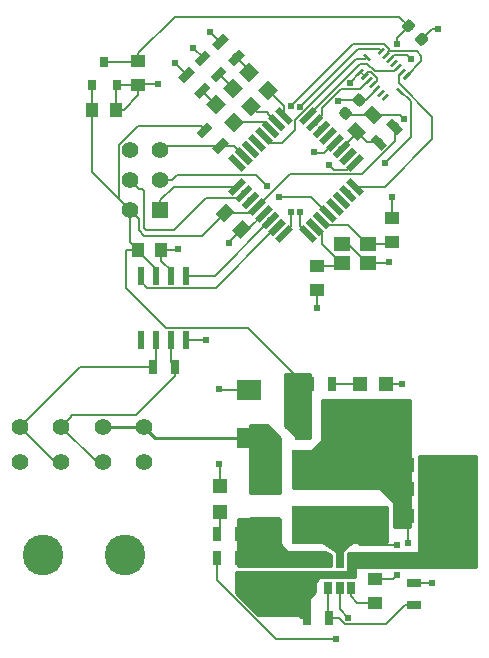
<source format=gtl>
G04 #@! TF.GenerationSoftware,KiCad,Pcbnew,5.0.1-33cea8e~68~ubuntu18.04.1*
G04 #@! TF.CreationDate,2019-02-12T00:11:03-05:00*
G04 #@! TF.ProjectId,IMU,494D552E6B696361645F706362000000,rev?*
G04 #@! TF.SameCoordinates,Original*
G04 #@! TF.FileFunction,Copper,L1,Top,Signal*
G04 #@! TF.FilePolarity,Positive*
%FSLAX46Y46*%
G04 Gerber Fmt 4.6, Leading zero omitted, Abs format (unit mm)*
G04 Created by KiCad (PCBNEW 5.0.1-33cea8e~68~ubuntu18.04.1) date Tue 12 Feb 2019 12:11:03 AM EST*
%MOMM*%
%LPD*%
G01*
G04 APERTURE LIST*
G04 #@! TA.AperFunction,SMDPad,CuDef*
%ADD10C,0.700000*%
G04 #@! TD*
G04 #@! TA.AperFunction,Conductor*
%ADD11C,0.100000*%
G04 #@! TD*
G04 #@! TA.AperFunction,ComponentPad*
%ADD12R,1.400000X1.400000*%
G04 #@! TD*
G04 #@! TA.AperFunction,ComponentPad*
%ADD13C,1.400000*%
G04 #@! TD*
G04 #@! TA.AperFunction,SMDPad,CuDef*
%ADD14R,0.700000X1.300000*%
G04 #@! TD*
G04 #@! TA.AperFunction,SMDPad,CuDef*
%ADD15R,8.200000X3.300000*%
G04 #@! TD*
G04 #@! TA.AperFunction,SMDPad,CuDef*
%ADD16R,2.500000X0.900000*%
G04 #@! TD*
G04 #@! TA.AperFunction,SMDPad,CuDef*
%ADD17R,1.200000X1.200000*%
G04 #@! TD*
G04 #@! TA.AperFunction,SMDPad,CuDef*
%ADD18R,1.000000X3.200000*%
G04 #@! TD*
G04 #@! TA.AperFunction,SMDPad,CuDef*
%ADD19R,1.000000X1.250000*%
G04 #@! TD*
G04 #@! TA.AperFunction,SMDPad,CuDef*
%ADD20R,0.650000X1.060000*%
G04 #@! TD*
G04 #@! TA.AperFunction,SMDPad,CuDef*
%ADD21R,1.600000X1.000000*%
G04 #@! TD*
G04 #@! TA.AperFunction,SMDPad,CuDef*
%ADD22R,1.300000X0.700000*%
G04 #@! TD*
G04 #@! TA.AperFunction,SMDPad,CuDef*
%ADD23R,1.250000X1.000000*%
G04 #@! TD*
G04 #@! TA.AperFunction,SMDPad,CuDef*
%ADD24R,2.159000X1.778000*%
G04 #@! TD*
G04 #@! TA.AperFunction,SMDPad,CuDef*
%ADD25C,1.000000*%
G04 #@! TD*
G04 #@! TA.AperFunction,SMDPad,CuDef*
%ADD26C,0.875000*%
G04 #@! TD*
G04 #@! TA.AperFunction,SMDPad,CuDef*
%ADD27C,1.200000*%
G04 #@! TD*
G04 #@! TA.AperFunction,SMDPad,CuDef*
%ADD28R,0.600000X1.550000*%
G04 #@! TD*
G04 #@! TA.AperFunction,SMDPad,CuDef*
%ADD29C,0.550000*%
G04 #@! TD*
G04 #@! TA.AperFunction,SMDPad,CuDef*
%ADD30R,1.400000X1.200000*%
G04 #@! TD*
G04 #@! TA.AperFunction,SMDPad,CuDef*
%ADD31R,0.800000X0.900000*%
G04 #@! TD*
G04 #@! TA.AperFunction,SMDPad,CuDef*
%ADD32C,0.250000*%
G04 #@! TD*
G04 #@! TA.AperFunction,ComponentPad*
%ADD33C,1.420000*%
G04 #@! TD*
G04 #@! TA.AperFunction,ComponentPad*
%ADD34C,3.450000*%
G04 #@! TD*
G04 #@! TA.AperFunction,ViaPad*
%ADD35C,0.609600*%
G04 #@! TD*
G04 #@! TA.AperFunction,Conductor*
%ADD36C,0.152400*%
G04 #@! TD*
G04 #@! TA.AperFunction,Conductor*
%ADD37C,0.254000*%
G04 #@! TD*
G04 APERTURE END LIST*
D10*
G04 #@! TO.P,R1,2*
G04 #@! TO.N,Net-(C2-Pad1)*
X156517498Y-82709862D03*
D11*
G04 #@! TD*
G04 #@! TO.N,Net-(C2-Pad1)*
G04 #@! TO.C,R1*
G36*
X156305366Y-82002755D02*
X157224605Y-82921994D01*
X156729630Y-83416969D01*
X155810391Y-82497730D01*
X156305366Y-82002755D01*
X156305366Y-82002755D01*
G37*
D10*
G04 #@! TO.P,R1,1*
G04 #@! TO.N,VCC*
X157861000Y-81366360D03*
D11*
G04 #@! TD*
G04 #@! TO.N,VCC*
G04 #@! TO.C,R1*
G36*
X157648868Y-80659253D02*
X158568107Y-81578492D01*
X158073132Y-82073467D01*
X157153893Y-81154228D01*
X157648868Y-80659253D01*
X157648868Y-80659253D01*
G37*
D12*
G04 #@! TO.P,J4,1*
G04 #@! TO.N,Net-(J4-Pad1)*
X138008360Y-88473280D03*
D13*
G04 #@! TO.P,J4,2*
G04 #@! TO.N,VCC*
X135468360Y-88473280D03*
G04 #@! TO.P,J4,3*
G04 #@! TO.N,/SCK*
X138008360Y-85933280D03*
G04 #@! TO.P,J4,4*
G04 #@! TO.N,/MOSI*
X135468360Y-85933280D03*
G04 #@! TO.P,J4,5*
G04 #@! TO.N,/RESET*
X138008360Y-83393280D03*
G04 #@! TO.P,J4,6*
G04 #@! TO.N,GND*
X135468360Y-83393280D03*
G04 #@! TD*
D14*
G04 #@! TO.P,R2,1*
G04 #@! TO.N,/12V_Fused*
X144698560Y-115845880D03*
G04 #@! TO.P,R2,2*
G04 #@! TO.N,Net-(D1-Pad2)*
X142798560Y-115845880D03*
G04 #@! TD*
D15*
G04 #@! TO.P,L1,1*
G04 #@! TO.N,Net-(C5-Pad2)*
X153210060Y-115084380D03*
G04 #@! TO.P,L1,2*
G04 #@! TO.N,Net-(C11-Pad1)*
X153210060Y-110384380D03*
G04 #@! TD*
D16*
G04 #@! TO.P,F1,1*
G04 #@! TO.N,/12V*
X146904060Y-111988380D03*
G04 #@! TO.P,F1,2*
G04 #@! TO.N,/12V_Fused*
X146904060Y-114888380D03*
G04 #@! TD*
D17*
G04 #@! TO.P,D2,2*
G04 #@! TO.N,Net-(D2-Pad2)*
X154924560Y-103145880D03*
G04 #@! TO.P,D2,1*
G04 #@! TO.N,GND*
X157124560Y-103145880D03*
G04 #@! TD*
D18*
G04 #@! TO.P,R9,1*
G04 #@! TO.N,VCC*
X149919560Y-106320880D03*
G04 #@! TO.P,R9,2*
G04 #@! TO.N,Net-(C11-Pad1)*
X156119560Y-106320880D03*
G04 #@! TD*
D19*
G04 #@! TO.P,C7,1*
G04 #@! TO.N,Net-(C11-Pad1)*
X159004560Y-110003880D03*
G04 #@! TO.P,C7,2*
G04 #@! TO.N,GND*
X161004560Y-110003880D03*
G04 #@! TD*
D20*
G04 #@! TO.P,U2,1*
G04 #@! TO.N,GND*
X154134660Y-118238380D03*
G04 #@! TO.P,U2,2*
G04 #@! TO.N,Net-(C5-Pad2)*
X153184660Y-118238380D03*
G04 #@! TO.P,U2,3*
G04 #@! TO.N,/12V_Fused*
X152234660Y-118238380D03*
G04 #@! TO.P,U2,4*
G04 #@! TO.N,Net-(R4-Pad1)*
X152234660Y-120438380D03*
G04 #@! TO.P,U2,6*
G04 #@! TO.N,Net-(C5-Pad1)*
X154134660Y-120438380D03*
G04 #@! TO.P,U2,5*
G04 #@! TO.N,Net-(R3-Pad2)*
X153184660Y-120438380D03*
G04 #@! TD*
D21*
G04 #@! TO.P,C3,1*
G04 #@! TO.N,/12V_Fused*
X149844560Y-118155880D03*
G04 #@! TO.P,C3,2*
G04 #@! TO.N,GND*
X149844560Y-121155880D03*
G04 #@! TD*
D14*
G04 #@! TO.P,R12,1*
G04 #@! TO.N,VCC*
X150672560Y-103145880D03*
G04 #@! TO.P,R12,2*
G04 #@! TO.N,Net-(D2-Pad2)*
X152572560Y-103145880D03*
G04 #@! TD*
G04 #@! TO.P,R4,1*
G04 #@! TO.N,Net-(R4-Pad1)*
X152318560Y-122957880D03*
G04 #@! TO.P,R4,2*
G04 #@! TO.N,GND*
X150418560Y-122957880D03*
G04 #@! TD*
D22*
G04 #@! TO.P,R5,1*
G04 #@! TO.N,Net-(R4-Pad1)*
X159496560Y-121875880D03*
G04 #@! TO.P,R5,2*
G04 #@! TO.N,Net-(C11-Pad1)*
X159496560Y-119975880D03*
G04 #@! TD*
D19*
G04 #@! TO.P,C12,1*
G04 #@! TO.N,Net-(C11-Pad1)*
X159004560Y-114321880D03*
G04 #@! TO.P,C12,2*
G04 #@! TO.N,GND*
X161004560Y-114321880D03*
G04 #@! TD*
G04 #@! TO.P,C11,1*
G04 #@! TO.N,Net-(C11-Pad1)*
X159004560Y-112035880D03*
G04 #@! TO.P,C11,2*
G04 #@! TO.N,GND*
X161004560Y-112035880D03*
G04 #@! TD*
D23*
G04 #@! TO.P,C5,1*
G04 #@! TO.N,Net-(C5-Pad1)*
X156194560Y-121671880D03*
G04 #@! TO.P,C5,2*
G04 #@! TO.N,Net-(C5-Pad2)*
X156194560Y-119671880D03*
G04 #@! TD*
D17*
G04 #@! TO.P,D1,2*
G04 #@! TO.N,Net-(D1-Pad2)*
X143047720Y-113975240D03*
G04 #@! TO.P,D1,1*
G04 #@! TO.N,GND*
X143047720Y-111775240D03*
G04 #@! TD*
D24*
G04 #@! TO.P,D7,2*
G04 #@! TO.N,GND*
X145526560Y-103653880D03*
G04 #@! TO.P,D7,1*
G04 #@! TO.N,/12V*
X145526560Y-107717880D03*
G04 #@! TD*
D14*
G04 #@! TO.P,R3,1*
G04 #@! TO.N,/12V_Fused*
X144698560Y-117877880D03*
G04 #@! TO.P,R3,2*
G04 #@! TO.N,Net-(R3-Pad2)*
X142798560Y-117877880D03*
G04 #@! TD*
D25*
G04 #@! TO.P,C1,2*
G04 #@! TO.N,GND*
X144882587Y-90079547D03*
D11*
G04 #@! TD*
G04 #@! TO.N,GND*
G04 #@! TO.C,C1*
G36*
X144087092Y-90167935D02*
X144970975Y-89284052D01*
X145678082Y-89991159D01*
X144794199Y-90875042D01*
X144087092Y-90167935D01*
X144087092Y-90167935D01*
G37*
D25*
G04 #@! TO.P,C1,1*
G04 #@! TO.N,VCC*
X143468373Y-88665333D03*
D11*
G04 #@! TD*
G04 #@! TO.N,VCC*
G04 #@! TO.C,C1*
G36*
X142672878Y-88753721D02*
X143556761Y-87869838D01*
X144263868Y-88576945D01*
X143379985Y-89460828D01*
X142672878Y-88753721D01*
X142672878Y-88753721D01*
G37*
D25*
G04 #@! TO.P,C2,1*
G04 #@! TO.N,Net-(C2-Pad1)*
X154605286Y-81782354D03*
D11*
G04 #@! TD*
G04 #@! TO.N,Net-(C2-Pad1)*
G04 #@! TO.C,C2*
G36*
X154693674Y-82577849D02*
X153809791Y-81693966D01*
X154516898Y-80986859D01*
X155400781Y-81870742D01*
X154693674Y-82577849D01*
X154693674Y-82577849D01*
G37*
D25*
G04 #@! TO.P,C2,2*
G04 #@! TO.N,GND*
X156019500Y-80368140D03*
D11*
G04 #@! TD*
G04 #@! TO.N,GND*
G04 #@! TO.C,C2*
G36*
X156107888Y-81163635D02*
X155224005Y-80279752D01*
X155931112Y-79572645D01*
X156814995Y-80456528D01*
X156107888Y-81163635D01*
X156107888Y-81163635D01*
G37*
D19*
G04 #@! TO.P,C4,1*
G04 #@! TO.N,VCC*
X136078720Y-91790520D03*
G04 #@! TO.P,C4,2*
G04 #@! TO.N,GND*
X138078720Y-91790520D03*
G04 #@! TD*
D23*
G04 #@! TO.P,C6,1*
G04 #@! TO.N,Net-(C6-Pad1)*
X157586680Y-91124280D03*
G04 #@! TO.P,C6,2*
G04 #@! TO.N,GND*
X157586680Y-89124280D03*
G04 #@! TD*
G04 #@! TO.P,C8,2*
G04 #@! TO.N,GND*
X151312880Y-95213680D03*
G04 #@! TO.P,C8,1*
G04 #@! TO.N,Net-(C8-Pad1)*
X151312880Y-93213680D03*
G04 #@! TD*
D19*
G04 #@! TO.P,C9,1*
G04 #@! TO.N,VCC*
X132253363Y-79930457D03*
G04 #@! TO.P,C9,2*
G04 #@! TO.N,GND*
X134253363Y-79930457D03*
G04 #@! TD*
D23*
G04 #@! TO.P,C10,2*
G04 #@! TO.N,GND*
X136138803Y-77825817D03*
G04 #@! TO.P,C10,1*
G04 #@! TO.N,/3.3V*
X136138803Y-75825817D03*
G04 #@! TD*
D11*
G04 #@! TO.N,/3.3V*
G04 #@! TO.C,C13*
G36*
X159069151Y-72300660D02*
X159090386Y-72303810D01*
X159111210Y-72309026D01*
X159131422Y-72316258D01*
X159150828Y-72325437D01*
X159169241Y-72336473D01*
X159186484Y-72349261D01*
X159202390Y-72363677D01*
X159511749Y-72673036D01*
X159526165Y-72688942D01*
X159538953Y-72706185D01*
X159549989Y-72724598D01*
X159559168Y-72744004D01*
X159566400Y-72764216D01*
X159571616Y-72785040D01*
X159574766Y-72806275D01*
X159575819Y-72827716D01*
X159574766Y-72849157D01*
X159571616Y-72870392D01*
X159566400Y-72891216D01*
X159559168Y-72911428D01*
X159549989Y-72930834D01*
X159538953Y-72949247D01*
X159526165Y-72966490D01*
X159511749Y-72982396D01*
X159149356Y-73344789D01*
X159133450Y-73359205D01*
X159116207Y-73371993D01*
X159097794Y-73383029D01*
X159078388Y-73392208D01*
X159058176Y-73399440D01*
X159037352Y-73404656D01*
X159016117Y-73407806D01*
X158994676Y-73408859D01*
X158973235Y-73407806D01*
X158952000Y-73404656D01*
X158931176Y-73399440D01*
X158910964Y-73392208D01*
X158891558Y-73383029D01*
X158873145Y-73371993D01*
X158855902Y-73359205D01*
X158839996Y-73344789D01*
X158530637Y-73035430D01*
X158516221Y-73019524D01*
X158503433Y-73002281D01*
X158492397Y-72983868D01*
X158483218Y-72964462D01*
X158475986Y-72944250D01*
X158470770Y-72923426D01*
X158467620Y-72902191D01*
X158466567Y-72880750D01*
X158467620Y-72859309D01*
X158470770Y-72838074D01*
X158475986Y-72817250D01*
X158483218Y-72797038D01*
X158492397Y-72777632D01*
X158503433Y-72759219D01*
X158516221Y-72741976D01*
X158530637Y-72726070D01*
X158893030Y-72363677D01*
X158908936Y-72349261D01*
X158926179Y-72336473D01*
X158944592Y-72325437D01*
X158963998Y-72316258D01*
X158984210Y-72309026D01*
X159005034Y-72303810D01*
X159026269Y-72300660D01*
X159047710Y-72299607D01*
X159069151Y-72300660D01*
X159069151Y-72300660D01*
G37*
D26*
G04 #@! TD*
G04 #@! TO.P,C13,2*
G04 #@! TO.N,/3.3V*
X159021193Y-72854233D03*
D11*
G04 #@! TO.N,GND*
G04 #@! TO.C,C13*
G36*
X160182845Y-73414354D02*
X160204080Y-73417504D01*
X160224904Y-73422720D01*
X160245116Y-73429952D01*
X160264522Y-73439131D01*
X160282935Y-73450167D01*
X160300178Y-73462955D01*
X160316084Y-73477371D01*
X160625443Y-73786730D01*
X160639859Y-73802636D01*
X160652647Y-73819879D01*
X160663683Y-73838292D01*
X160672862Y-73857698D01*
X160680094Y-73877910D01*
X160685310Y-73898734D01*
X160688460Y-73919969D01*
X160689513Y-73941410D01*
X160688460Y-73962851D01*
X160685310Y-73984086D01*
X160680094Y-74004910D01*
X160672862Y-74025122D01*
X160663683Y-74044528D01*
X160652647Y-74062941D01*
X160639859Y-74080184D01*
X160625443Y-74096090D01*
X160263050Y-74458483D01*
X160247144Y-74472899D01*
X160229901Y-74485687D01*
X160211488Y-74496723D01*
X160192082Y-74505902D01*
X160171870Y-74513134D01*
X160151046Y-74518350D01*
X160129811Y-74521500D01*
X160108370Y-74522553D01*
X160086929Y-74521500D01*
X160065694Y-74518350D01*
X160044870Y-74513134D01*
X160024658Y-74505902D01*
X160005252Y-74496723D01*
X159986839Y-74485687D01*
X159969596Y-74472899D01*
X159953690Y-74458483D01*
X159644331Y-74149124D01*
X159629915Y-74133218D01*
X159617127Y-74115975D01*
X159606091Y-74097562D01*
X159596912Y-74078156D01*
X159589680Y-74057944D01*
X159584464Y-74037120D01*
X159581314Y-74015885D01*
X159580261Y-73994444D01*
X159581314Y-73973003D01*
X159584464Y-73951768D01*
X159589680Y-73930944D01*
X159596912Y-73910732D01*
X159606091Y-73891326D01*
X159617127Y-73872913D01*
X159629915Y-73855670D01*
X159644331Y-73839764D01*
X160006724Y-73477371D01*
X160022630Y-73462955D01*
X160039873Y-73450167D01*
X160058286Y-73439131D01*
X160077692Y-73429952D01*
X160097904Y-73422720D01*
X160118728Y-73417504D01*
X160139963Y-73414354D01*
X160161404Y-73413301D01*
X160182845Y-73414354D01*
X160182845Y-73414354D01*
G37*
D26*
G04 #@! TD*
G04 #@! TO.P,C13,1*
G04 #@! TO.N,GND*
X160134887Y-73967927D03*
D11*
G04 #@! TO.N,/3.3V*
G04 #@! TO.C,C14*
G36*
X154805384Y-78567427D02*
X154826619Y-78570577D01*
X154847443Y-78575793D01*
X154867655Y-78583025D01*
X154887061Y-78592204D01*
X154905474Y-78603240D01*
X154922717Y-78616028D01*
X154938623Y-78630444D01*
X155301016Y-78992837D01*
X155315432Y-79008743D01*
X155328220Y-79025986D01*
X155339256Y-79044399D01*
X155348435Y-79063805D01*
X155355667Y-79084017D01*
X155360883Y-79104841D01*
X155364033Y-79126076D01*
X155365086Y-79147517D01*
X155364033Y-79168958D01*
X155360883Y-79190193D01*
X155355667Y-79211017D01*
X155348435Y-79231229D01*
X155339256Y-79250635D01*
X155328220Y-79269048D01*
X155315432Y-79286291D01*
X155301016Y-79302197D01*
X154991657Y-79611556D01*
X154975751Y-79625972D01*
X154958508Y-79638760D01*
X154940095Y-79649796D01*
X154920689Y-79658975D01*
X154900477Y-79666207D01*
X154879653Y-79671423D01*
X154858418Y-79674573D01*
X154836977Y-79675626D01*
X154815536Y-79674573D01*
X154794301Y-79671423D01*
X154773477Y-79666207D01*
X154753265Y-79658975D01*
X154733859Y-79649796D01*
X154715446Y-79638760D01*
X154698203Y-79625972D01*
X154682297Y-79611556D01*
X154319904Y-79249163D01*
X154305488Y-79233257D01*
X154292700Y-79216014D01*
X154281664Y-79197601D01*
X154272485Y-79178195D01*
X154265253Y-79157983D01*
X154260037Y-79137159D01*
X154256887Y-79115924D01*
X154255834Y-79094483D01*
X154256887Y-79073042D01*
X154260037Y-79051807D01*
X154265253Y-79030983D01*
X154272485Y-79010771D01*
X154281664Y-78991365D01*
X154292700Y-78972952D01*
X154305488Y-78955709D01*
X154319904Y-78939803D01*
X154629263Y-78630444D01*
X154645169Y-78616028D01*
X154662412Y-78603240D01*
X154680825Y-78592204D01*
X154700231Y-78583025D01*
X154720443Y-78575793D01*
X154741267Y-78570577D01*
X154762502Y-78567427D01*
X154783943Y-78566374D01*
X154805384Y-78567427D01*
X154805384Y-78567427D01*
G37*
D26*
G04 #@! TD*
G04 #@! TO.P,C14,1*
G04 #@! TO.N,/3.3V*
X154810460Y-79121000D03*
D11*
G04 #@! TO.N,GND*
G04 #@! TO.C,C14*
G36*
X153691690Y-79681121D02*
X153712925Y-79684271D01*
X153733749Y-79689487D01*
X153753961Y-79696719D01*
X153773367Y-79705898D01*
X153791780Y-79716934D01*
X153809023Y-79729722D01*
X153824929Y-79744138D01*
X154187322Y-80106531D01*
X154201738Y-80122437D01*
X154214526Y-80139680D01*
X154225562Y-80158093D01*
X154234741Y-80177499D01*
X154241973Y-80197711D01*
X154247189Y-80218535D01*
X154250339Y-80239770D01*
X154251392Y-80261211D01*
X154250339Y-80282652D01*
X154247189Y-80303887D01*
X154241973Y-80324711D01*
X154234741Y-80344923D01*
X154225562Y-80364329D01*
X154214526Y-80382742D01*
X154201738Y-80399985D01*
X154187322Y-80415891D01*
X153877963Y-80725250D01*
X153862057Y-80739666D01*
X153844814Y-80752454D01*
X153826401Y-80763490D01*
X153806995Y-80772669D01*
X153786783Y-80779901D01*
X153765959Y-80785117D01*
X153744724Y-80788267D01*
X153723283Y-80789320D01*
X153701842Y-80788267D01*
X153680607Y-80785117D01*
X153659783Y-80779901D01*
X153639571Y-80772669D01*
X153620165Y-80763490D01*
X153601752Y-80752454D01*
X153584509Y-80739666D01*
X153568603Y-80725250D01*
X153206210Y-80362857D01*
X153191794Y-80346951D01*
X153179006Y-80329708D01*
X153167970Y-80311295D01*
X153158791Y-80291889D01*
X153151559Y-80271677D01*
X153146343Y-80250853D01*
X153143193Y-80229618D01*
X153142140Y-80208177D01*
X153143193Y-80186736D01*
X153146343Y-80165501D01*
X153151559Y-80144677D01*
X153158791Y-80124465D01*
X153167970Y-80105059D01*
X153179006Y-80086646D01*
X153191794Y-80069403D01*
X153206210Y-80053497D01*
X153515569Y-79744138D01*
X153531475Y-79729722D01*
X153548718Y-79716934D01*
X153567131Y-79705898D01*
X153586537Y-79696719D01*
X153606749Y-79689487D01*
X153627573Y-79684271D01*
X153648808Y-79681121D01*
X153670249Y-79680068D01*
X153691690Y-79681121D01*
X153691690Y-79681121D01*
G37*
D26*
G04 #@! TD*
G04 #@! TO.P,C14,2*
G04 #@! TO.N,GND*
X153696766Y-80234694D03*
D27*
G04 #@! TO.P,D3,1*
G04 #@! TO.N,Net-(D3-Pad1)*
X145549043Y-76755683D03*
D11*
G04 #@! TD*
G04 #@! TO.N,Net-(D3-Pad1)*
G04 #@! TO.C,D3*
G36*
X146397571Y-76755683D02*
X145549043Y-77604211D01*
X144700515Y-76755683D01*
X145549043Y-75907155D01*
X146397571Y-76755683D01*
X146397571Y-76755683D01*
G37*
D27*
G04 #@! TO.P,D3,2*
G04 #@! TO.N,/PLED1*
X147104677Y-78311317D03*
D11*
G04 #@! TD*
G04 #@! TO.N,/PLED1*
G04 #@! TO.C,D3*
G36*
X147953205Y-78311317D02*
X147104677Y-79159845D01*
X146256149Y-78311317D01*
X147104677Y-77462789D01*
X147953205Y-78311317D01*
X147953205Y-78311317D01*
G37*
D27*
G04 #@! TO.P,D4,2*
G04 #@! TO.N,/PLED2*
X145677774Y-79673334D03*
D11*
G04 #@! TD*
G04 #@! TO.N,/PLED2*
G04 #@! TO.C,D4*
G36*
X146526302Y-79673334D02*
X145677774Y-80521862D01*
X144829246Y-79673334D01*
X145677774Y-78824806D01*
X146526302Y-79673334D01*
X146526302Y-79673334D01*
G37*
D27*
G04 #@! TO.P,D4,1*
G04 #@! TO.N,Net-(D4-Pad1)*
X144122140Y-78117700D03*
D11*
G04 #@! TD*
G04 #@! TO.N,Net-(D4-Pad1)*
G04 #@! TO.C,D4*
G36*
X144970668Y-78117700D02*
X144122140Y-78966228D01*
X143273612Y-78117700D01*
X144122140Y-77269172D01*
X144970668Y-78117700D01*
X144970668Y-78117700D01*
G37*
D27*
G04 #@! TO.P,D5,1*
G04 #@! TO.N,Net-(D5-Pad1)*
X142723986Y-79465286D03*
D11*
G04 #@! TD*
G04 #@! TO.N,Net-(D5-Pad1)*
G04 #@! TO.C,D5*
G36*
X143572514Y-79465286D02*
X142723986Y-80313814D01*
X141875458Y-79465286D01*
X142723986Y-78616758D01*
X143572514Y-79465286D01*
X143572514Y-79465286D01*
G37*
D27*
G04 #@! TO.P,D5,2*
G04 #@! TO.N,/PLED3*
X144279620Y-81020920D03*
D11*
G04 #@! TD*
G04 #@! TO.N,/PLED3*
G04 #@! TO.C,D5*
G36*
X145128148Y-81020920D02*
X144279620Y-81869448D01*
X143431092Y-81020920D01*
X144279620Y-80172392D01*
X145128148Y-81020920D01*
X145128148Y-81020920D01*
G37*
D14*
G04 #@! TO.P,R7,1*
G04 #@! TO.N,/CANH*
X139288560Y-101716840D03*
G04 #@! TO.P,R7,2*
G04 #@! TO.N,/CANL*
X137388560Y-101716840D03*
G04 #@! TD*
D10*
G04 #@! TO.P,R8,1*
G04 #@! TO.N,VCC*
X141756209Y-81664889D03*
D11*
G04 #@! TD*
G04 #@! TO.N,VCC*
G04 #@! TO.C,R8*
G36*
X141049102Y-81877021D02*
X141968341Y-80957782D01*
X142463316Y-81452757D01*
X141544077Y-82371996D01*
X141049102Y-81877021D01*
X141049102Y-81877021D01*
G37*
D10*
G04 #@! TO.P,R8,2*
G04 #@! TO.N,/RESET*
X143099711Y-83008391D03*
D11*
G04 #@! TD*
G04 #@! TO.N,/RESET*
G04 #@! TO.C,R8*
G36*
X142392604Y-83220523D02*
X143311843Y-82301284D01*
X143806818Y-82796259D01*
X142887579Y-83715498D01*
X142392604Y-83220523D01*
X142392604Y-83220523D01*
G37*
D28*
G04 #@! TO.P,U1,1*
G04 #@! TO.N,/TXCAN*
X140167360Y-94007960D03*
G04 #@! TO.P,U1,2*
G04 #@! TO.N,GND*
X138897360Y-94007960D03*
G04 #@! TO.P,U1,3*
G04 #@! TO.N,VCC*
X137627360Y-94007960D03*
G04 #@! TO.P,U1,4*
G04 #@! TO.N,/RXCAN*
X136357360Y-94007960D03*
G04 #@! TO.P,U1,5*
G04 #@! TO.N,Net-(U1-Pad5)*
X136357360Y-99407960D03*
G04 #@! TO.P,U1,6*
G04 #@! TO.N,/CANL*
X137627360Y-99407960D03*
G04 #@! TO.P,U1,7*
G04 #@! TO.N,/CANH*
X138897360Y-99407960D03*
G04 #@! TO.P,U1,8*
G04 #@! TO.N,GND*
X140167360Y-99407960D03*
G04 #@! TD*
D29*
G04 #@! TO.P,U5,32*
G04 #@! TO.N,Net-(U5-Pad32)*
X144494434Y-84423225D03*
D11*
G04 #@! TD*
G04 #@! TO.N,Net-(U5-Pad32)*
G04 #@! TO.C,U5*
G36*
X145254574Y-84794456D02*
X144865665Y-85183365D01*
X143734294Y-84051994D01*
X144123203Y-83663085D01*
X145254574Y-84794456D01*
X145254574Y-84794456D01*
G37*
D29*
G04 #@! TO.P,U5,31*
G04 #@! TO.N,/RESET*
X145060120Y-83857540D03*
D11*
G04 #@! TD*
G04 #@! TO.N,/RESET*
G04 #@! TO.C,U5*
G36*
X145820260Y-84228771D02*
X145431351Y-84617680D01*
X144299980Y-83486309D01*
X144688889Y-83097400D01*
X145820260Y-84228771D01*
X145820260Y-84228771D01*
G37*
D29*
G04 #@! TO.P,U5,30*
G04 #@! TO.N,Net-(U5-Pad30)*
X145625805Y-83291854D03*
D11*
G04 #@! TD*
G04 #@! TO.N,Net-(U5-Pad30)*
G04 #@! TO.C,U5*
G36*
X146385945Y-83663085D02*
X145997036Y-84051994D01*
X144865665Y-82920623D01*
X145254574Y-82531714D01*
X146385945Y-83663085D01*
X146385945Y-83663085D01*
G37*
D29*
G04 #@! TO.P,U5,29*
G04 #@! TO.N,Net-(U5-Pad29)*
X146191490Y-82726169D03*
D11*
G04 #@! TD*
G04 #@! TO.N,Net-(U5-Pad29)*
G04 #@! TO.C,U5*
G36*
X146951630Y-83097400D02*
X146562721Y-83486309D01*
X145431350Y-82354938D01*
X145820259Y-81966029D01*
X146951630Y-83097400D01*
X146951630Y-83097400D01*
G37*
D29*
G04 #@! TO.P,U5,28*
G04 #@! TO.N,/SCK2*
X146757176Y-82160483D03*
D11*
G04 #@! TD*
G04 #@! TO.N,/SCK2*
G04 #@! TO.C,U5*
G36*
X147517316Y-82531714D02*
X147128407Y-82920623D01*
X145997036Y-81789252D01*
X146385945Y-81400343D01*
X147517316Y-82531714D01*
X147517316Y-82531714D01*
G37*
D29*
G04 #@! TO.P,U5,27*
G04 #@! TO.N,/PLED3*
X147322861Y-81594798D03*
D11*
G04 #@! TD*
G04 #@! TO.N,/PLED3*
G04 #@! TO.C,U5*
G36*
X148083001Y-81966029D02*
X147694092Y-82354938D01*
X146562721Y-81223567D01*
X146951630Y-80834658D01*
X148083001Y-81966029D01*
X148083001Y-81966029D01*
G37*
D29*
G04 #@! TO.P,U5,26*
G04 #@! TO.N,/PLED2*
X147888547Y-81029113D03*
D11*
G04 #@! TD*
G04 #@! TO.N,/PLED2*
G04 #@! TO.C,U5*
G36*
X148648687Y-81400344D02*
X148259778Y-81789253D01*
X147128407Y-80657882D01*
X147517316Y-80268973D01*
X148648687Y-81400344D01*
X148648687Y-81400344D01*
G37*
D29*
G04 #@! TO.P,U5,25*
G04 #@! TO.N,/PLED1*
X148454232Y-80463427D03*
D11*
G04 #@! TD*
G04 #@! TO.N,/PLED1*
G04 #@! TO.C,U5*
G36*
X149214372Y-80834658D02*
X148825463Y-81223567D01*
X147694092Y-80092196D01*
X148083001Y-79703287D01*
X149214372Y-80834658D01*
X149214372Y-80834658D01*
G37*
D29*
G04 #@! TO.P,U5,24*
G04 #@! TO.N,/INT4*
X150504842Y-80463427D03*
D11*
G04 #@! TD*
G04 #@! TO.N,/INT4*
G04 #@! TO.C,U5*
G36*
X150133611Y-81223567D02*
X149744702Y-80834658D01*
X150876073Y-79703287D01*
X151264982Y-80092196D01*
X150133611Y-81223567D01*
X150133611Y-81223567D01*
G37*
D29*
G04 #@! TO.P,U5,23*
G04 #@! TO.N,/CS_GYRO*
X151070527Y-81029113D03*
D11*
G04 #@! TD*
G04 #@! TO.N,/CS_GYRO*
G04 #@! TO.C,U5*
G36*
X150699296Y-81789253D02*
X150310387Y-81400344D01*
X151441758Y-80268973D01*
X151830667Y-80657882D01*
X150699296Y-81789253D01*
X150699296Y-81789253D01*
G37*
D29*
G04 #@! TO.P,U5,22*
G04 #@! TO.N,Net-(U5-Pad22)*
X151636213Y-81594798D03*
D11*
G04 #@! TD*
G04 #@! TO.N,Net-(U5-Pad22)*
G04 #@! TO.C,U5*
G36*
X151264982Y-82354938D02*
X150876073Y-81966029D01*
X152007444Y-80834658D01*
X152396353Y-81223567D01*
X151264982Y-82354938D01*
X151264982Y-82354938D01*
G37*
D29*
G04 #@! TO.P,U5,21*
G04 #@! TO.N,Net-(U5-Pad21)*
X152201898Y-82160483D03*
D11*
G04 #@! TD*
G04 #@! TO.N,Net-(U5-Pad21)*
G04 #@! TO.C,U5*
G36*
X151830667Y-82920623D02*
X151441758Y-82531714D01*
X152573129Y-81400343D01*
X152962038Y-81789252D01*
X151830667Y-82920623D01*
X151830667Y-82920623D01*
G37*
D29*
G04 #@! TO.P,U5,20*
G04 #@! TO.N,GND*
X152767584Y-82726169D03*
D11*
G04 #@! TD*
G04 #@! TO.N,GND*
G04 #@! TO.C,U5*
G36*
X152396353Y-83486309D02*
X152007444Y-83097400D01*
X153138815Y-81966029D01*
X153527724Y-82354938D01*
X152396353Y-83486309D01*
X152396353Y-83486309D01*
G37*
D29*
G04 #@! TO.P,U5,19*
G04 #@! TO.N,Net-(C2-Pad1)*
X153333269Y-83291854D03*
D11*
G04 #@! TD*
G04 #@! TO.N,Net-(C2-Pad1)*
G04 #@! TO.C,U5*
G36*
X152962038Y-84051994D02*
X152573129Y-83663085D01*
X153704500Y-82531714D01*
X154093409Y-82920623D01*
X152962038Y-84051994D01*
X152962038Y-84051994D01*
G37*
D29*
G04 #@! TO.P,U5,18*
G04 #@! TO.N,Net-(U5-Pad18)*
X153898954Y-83857540D03*
D11*
G04 #@! TD*
G04 #@! TO.N,Net-(U5-Pad18)*
G04 #@! TO.C,U5*
G36*
X153527723Y-84617680D02*
X153138814Y-84228771D01*
X154270185Y-83097400D01*
X154659094Y-83486309D01*
X153527723Y-84617680D01*
X153527723Y-84617680D01*
G37*
D29*
G04 #@! TO.P,U5,17*
G04 #@! TO.N,/INT1*
X154464640Y-84423225D03*
D11*
G04 #@! TD*
G04 #@! TO.N,/INT1*
G04 #@! TO.C,U5*
G36*
X154093409Y-85183365D02*
X153704500Y-84794456D01*
X154835871Y-83663085D01*
X155224780Y-84051994D01*
X154093409Y-85183365D01*
X154093409Y-85183365D01*
G37*
D29*
G04 #@! TO.P,U5,16*
G04 #@! TO.N,/CS_ACCEL*
X154464640Y-86473835D03*
D11*
G04 #@! TD*
G04 #@! TO.N,/CS_ACCEL*
G04 #@! TO.C,U5*
G36*
X155224780Y-86845066D02*
X154835871Y-87233975D01*
X153704500Y-86102604D01*
X154093409Y-85713695D01*
X155224780Y-86845066D01*
X155224780Y-86845066D01*
G37*
D29*
G04 #@! TO.P,U5,15*
G04 #@! TO.N,Net-(U5-Pad15)*
X153898954Y-87039520D03*
D11*
G04 #@! TD*
G04 #@! TO.N,Net-(U5-Pad15)*
G04 #@! TO.C,U5*
G36*
X154659094Y-87410751D02*
X154270185Y-87799660D01*
X153138814Y-86668289D01*
X153527723Y-86279380D01*
X154659094Y-87410751D01*
X154659094Y-87410751D01*
G37*
D29*
G04 #@! TO.P,U5,14*
G04 #@! TO.N,Net-(U5-Pad14)*
X153333269Y-87605206D03*
D11*
G04 #@! TD*
G04 #@! TO.N,Net-(U5-Pad14)*
G04 #@! TO.C,U5*
G36*
X154093409Y-87976437D02*
X153704500Y-88365346D01*
X152573129Y-87233975D01*
X152962038Y-86845066D01*
X154093409Y-87976437D01*
X154093409Y-87976437D01*
G37*
D29*
G04 #@! TO.P,U5,13*
G04 #@! TO.N,Net-(U5-Pad13)*
X152767584Y-88170891D03*
D11*
G04 #@! TD*
G04 #@! TO.N,Net-(U5-Pad13)*
G04 #@! TO.C,U5*
G36*
X153527724Y-88542122D02*
X153138815Y-88931031D01*
X152007444Y-87799660D01*
X152396353Y-87410751D01*
X153527724Y-88542122D01*
X153527724Y-88542122D01*
G37*
D29*
G04 #@! TO.P,U5,12*
G04 #@! TO.N,/SCK*
X152201898Y-88736577D03*
D11*
G04 #@! TD*
G04 #@! TO.N,/SCK*
G04 #@! TO.C,U5*
G36*
X152962038Y-89107808D02*
X152573129Y-89496717D01*
X151441758Y-88365346D01*
X151830667Y-87976437D01*
X152962038Y-89107808D01*
X152962038Y-89107808D01*
G37*
D29*
G04 #@! TO.P,U5,11*
G04 #@! TO.N,Net-(C6-Pad1)*
X151636213Y-89302262D03*
D11*
G04 #@! TD*
G04 #@! TO.N,Net-(C6-Pad1)*
G04 #@! TO.C,U5*
G36*
X152396353Y-89673493D02*
X152007444Y-90062402D01*
X150876073Y-88931031D01*
X151264982Y-88542122D01*
X152396353Y-89673493D01*
X152396353Y-89673493D01*
G37*
D29*
G04 #@! TO.P,U5,10*
G04 #@! TO.N,Net-(C8-Pad1)*
X151070527Y-89867947D03*
D11*
G04 #@! TD*
G04 #@! TO.N,Net-(C8-Pad1)*
G04 #@! TO.C,U5*
G36*
X151830667Y-90239178D02*
X151441758Y-90628087D01*
X150310387Y-89496716D01*
X150699296Y-89107807D01*
X151830667Y-90239178D01*
X151830667Y-90239178D01*
G37*
D29*
G04 #@! TO.P,U5,9*
G04 #@! TO.N,/MOSI2*
X150504842Y-90433633D03*
D11*
G04 #@! TD*
G04 #@! TO.N,/MOSI2*
G04 #@! TO.C,U5*
G36*
X151264982Y-90804864D02*
X150876073Y-91193773D01*
X149744702Y-90062402D01*
X150133611Y-89673493D01*
X151264982Y-90804864D01*
X151264982Y-90804864D01*
G37*
D29*
G04 #@! TO.P,U5,8*
G04 #@! TO.N,/MISO2*
X148454232Y-90433633D03*
D11*
G04 #@! TD*
G04 #@! TO.N,/MISO2*
G04 #@! TO.C,U5*
G36*
X148083001Y-91193773D02*
X147694092Y-90804864D01*
X148825463Y-89673493D01*
X149214372Y-90062402D01*
X148083001Y-91193773D01*
X148083001Y-91193773D01*
G37*
D29*
G04 #@! TO.P,U5,7*
G04 #@! TO.N,/RXCAN*
X147888547Y-89867947D03*
D11*
G04 #@! TD*
G04 #@! TO.N,/RXCAN*
G04 #@! TO.C,U5*
G36*
X147517316Y-90628087D02*
X147128407Y-90239178D01*
X148259778Y-89107807D01*
X148648687Y-89496716D01*
X147517316Y-90628087D01*
X147517316Y-90628087D01*
G37*
D29*
G04 #@! TO.P,U5,6*
G04 #@! TO.N,/TXCAN*
X147322861Y-89302262D03*
D11*
G04 #@! TD*
G04 #@! TO.N,/TXCAN*
G04 #@! TO.C,U5*
G36*
X146951630Y-90062402D02*
X146562721Y-89673493D01*
X147694092Y-88542122D01*
X148083001Y-88931031D01*
X146951630Y-90062402D01*
X146951630Y-90062402D01*
G37*
D29*
G04 #@! TO.P,U5,5*
G04 #@! TO.N,GND*
X146757176Y-88736577D03*
D11*
G04 #@! TD*
G04 #@! TO.N,GND*
G04 #@! TO.C,U5*
G36*
X146385945Y-89496717D02*
X145997036Y-89107808D01*
X147128407Y-87976437D01*
X147517316Y-88365346D01*
X146385945Y-89496717D01*
X146385945Y-89496717D01*
G37*
D29*
G04 #@! TO.P,U5,4*
G04 #@! TO.N,VCC*
X146191490Y-88170891D03*
D11*
G04 #@! TD*
G04 #@! TO.N,VCC*
G04 #@! TO.C,U5*
G36*
X145820259Y-88931031D02*
X145431350Y-88542122D01*
X146562721Y-87410751D01*
X146951630Y-87799660D01*
X145820259Y-88931031D01*
X145820259Y-88931031D01*
G37*
D29*
G04 #@! TO.P,U5,3*
G04 #@! TO.N,Net-(U5-Pad3)*
X145625805Y-87605206D03*
D11*
G04 #@! TD*
G04 #@! TO.N,Net-(U5-Pad3)*
G04 #@! TO.C,U5*
G36*
X145254574Y-88365346D02*
X144865665Y-87976437D01*
X145997036Y-86845066D01*
X146385945Y-87233975D01*
X145254574Y-88365346D01*
X145254574Y-88365346D01*
G37*
D29*
G04 #@! TO.P,U5,2*
G04 #@! TO.N,/MOSI*
X145060120Y-87039520D03*
D11*
G04 #@! TD*
G04 #@! TO.N,/MOSI*
G04 #@! TO.C,U5*
G36*
X144688889Y-87799660D02*
X144299980Y-87410751D01*
X145431351Y-86279380D01*
X145820260Y-86668289D01*
X144688889Y-87799660D01*
X144688889Y-87799660D01*
G37*
D29*
G04 #@! TO.P,U5,1*
G04 #@! TO.N,/MISO*
X144494434Y-86473835D03*
D11*
G04 #@! TD*
G04 #@! TO.N,/MISO*
G04 #@! TO.C,U5*
G36*
X144123203Y-87233975D02*
X143734294Y-86845066D01*
X144865665Y-85713695D01*
X145254574Y-86102604D01*
X144123203Y-87233975D01*
X144123203Y-87233975D01*
G37*
D30*
G04 #@! TO.P,Y1,4*
G04 #@! TO.N,GND*
X155582800Y-92890240D03*
G04 #@! TO.P,Y1,3*
G04 #@! TO.N,Net-(C8-Pad1)*
X153382800Y-92890240D03*
G04 #@! TO.P,Y1,2*
G04 #@! TO.N,GND*
X153382800Y-91290240D03*
G04 #@! TO.P,Y1,1*
G04 #@! TO.N,Net-(C6-Pad1)*
X155582800Y-91290240D03*
G04 #@! TD*
D31*
G04 #@! TO.P,U3,3*
G04 #@! TO.N,GND*
X134318603Y-77881697D03*
G04 #@! TO.P,U3,2*
G04 #@! TO.N,VCC*
X132218603Y-77881697D03*
G04 #@! TO.P,U3,1*
G04 #@! TO.N,/3.3V*
X133268603Y-75881697D03*
G04 #@! TD*
D32*
G04 #@! TO.P,U4,16*
G04 #@! TO.N,/INT1*
X158328240Y-78330940D03*
D11*
G04 #@! TD*
G04 #@! TO.N,/INT1*
G04 #@! TO.C,U4*
G36*
X158487339Y-78666816D02*
X157992364Y-78171841D01*
X158169141Y-77995064D01*
X158664116Y-78490039D01*
X158487339Y-78666816D01*
X158487339Y-78666816D01*
G37*
D32*
G04 #@! TO.P,U4,8*
G04 #@! TO.N,/SCK2*
X155478600Y-75481300D03*
D11*
G04 #@! TD*
G04 #@! TO.N,/SCK2*
G04 #@! TO.C,U4*
G36*
X155319501Y-75145424D02*
X155814476Y-75640399D01*
X155637699Y-75817176D01*
X155142724Y-75322201D01*
X155319501Y-75145424D01*
X155319501Y-75145424D01*
G37*
D32*
G04 #@! TO.P,U4,9*
G04 #@! TO.N,/MOSI2*
X156733714Y-74954505D03*
D11*
G04 #@! TD*
G04 #@! TO.N,/MOSI2*
G04 #@! TO.C,U4*
G36*
X157069590Y-74795406D02*
X156574615Y-75290381D01*
X156397838Y-75113604D01*
X156892813Y-74618629D01*
X157069590Y-74795406D01*
X157069590Y-74795406D01*
G37*
D32*
G04 #@! TO.P,U4,10*
G04 #@! TO.N,/MISO2*
X157087268Y-75308059D03*
D11*
G04 #@! TD*
G04 #@! TO.N,/MISO2*
G04 #@! TO.C,U4*
G36*
X157423144Y-75148960D02*
X156928169Y-75643935D01*
X156751392Y-75467158D01*
X157246367Y-74972183D01*
X157423144Y-75148960D01*
X157423144Y-75148960D01*
G37*
D32*
G04 #@! TO.P,U4,11*
G04 #@! TO.N,/3.3V*
X157440821Y-75661612D03*
D11*
G04 #@! TD*
G04 #@! TO.N,/3.3V*
G04 #@! TO.C,U4*
G36*
X157776697Y-75502513D02*
X157281722Y-75997488D01*
X157104945Y-75820711D01*
X157599920Y-75325736D01*
X157776697Y-75502513D01*
X157776697Y-75502513D01*
G37*
D32*
G04 #@! TO.P,U4,12*
G04 #@! TO.N,Net-(U4-Pad12)*
X157794375Y-76015165D03*
D11*
G04 #@! TD*
G04 #@! TO.N,Net-(U4-Pad12)*
G04 #@! TO.C,U4*
G36*
X158130251Y-75856066D02*
X157635276Y-76351041D01*
X157458499Y-76174264D01*
X157953474Y-75679289D01*
X158130251Y-75856066D01*
X158130251Y-75856066D01*
G37*
D32*
G04 #@! TO.P,U4,13*
G04 #@! TO.N,/INT4*
X158147928Y-76368719D03*
D11*
G04 #@! TD*
G04 #@! TO.N,/INT4*
G04 #@! TO.C,U4*
G36*
X158483804Y-76209620D02*
X157988829Y-76704595D01*
X157812052Y-76527818D01*
X158307027Y-76032843D01*
X158483804Y-76209620D01*
X158483804Y-76209620D01*
G37*
D32*
G04 #@! TO.P,U4,14*
G04 #@! TO.N,/CS_ACCEL*
X158501481Y-76722272D03*
D11*
G04 #@! TD*
G04 #@! TO.N,/CS_ACCEL*
G04 #@! TO.C,U4*
G36*
X158837357Y-76563173D02*
X158342382Y-77058148D01*
X158165605Y-76881371D01*
X158660580Y-76386396D01*
X158837357Y-76563173D01*
X158837357Y-76563173D01*
G37*
D32*
G04 #@! TO.P,U4,15*
G04 #@! TO.N,/MISO2*
X158855035Y-77075826D03*
D11*
G04 #@! TD*
G04 #@! TO.N,/MISO2*
G04 #@! TO.C,U4*
G36*
X159190911Y-76916727D02*
X158695936Y-77411702D01*
X158519159Y-77234925D01*
X159014134Y-76739950D01*
X159190911Y-76916727D01*
X159190911Y-76916727D01*
G37*
D32*
G04 #@! TO.P,U4,7*
G04 #@! TO.N,GND*
X154951805Y-76736414D03*
D11*
G04 #@! TD*
G04 #@! TO.N,GND*
G04 #@! TO.C,U4*
G36*
X155287681Y-76577315D02*
X154792706Y-77072290D01*
X154615929Y-76895513D01*
X155110904Y-76400538D01*
X155287681Y-76577315D01*
X155287681Y-76577315D01*
G37*
D32*
G04 #@! TO.P,U4,6*
G04 #@! TO.N,GND*
X155305359Y-77089968D03*
D11*
G04 #@! TD*
G04 #@! TO.N,GND*
G04 #@! TO.C,U4*
G36*
X155641235Y-76930869D02*
X155146260Y-77425844D01*
X154969483Y-77249067D01*
X155464458Y-76754092D01*
X155641235Y-76930869D01*
X155641235Y-76930869D01*
G37*
D32*
G04 #@! TO.P,U4,5*
G04 #@! TO.N,/CS_GYRO*
X155658912Y-77443521D03*
D11*
G04 #@! TD*
G04 #@! TO.N,/CS_GYRO*
G04 #@! TO.C,U4*
G36*
X155994788Y-77284422D02*
X155499813Y-77779397D01*
X155323036Y-77602620D01*
X155818011Y-77107645D01*
X155994788Y-77284422D01*
X155994788Y-77284422D01*
G37*
D32*
G04 #@! TO.P,U4,4*
G04 #@! TO.N,GND*
X156012465Y-77797075D03*
D11*
G04 #@! TD*
G04 #@! TO.N,GND*
G04 #@! TO.C,U4*
G36*
X156348341Y-77637976D02*
X155853366Y-78132951D01*
X155676589Y-77956174D01*
X156171564Y-77461199D01*
X156348341Y-77637976D01*
X156348341Y-77637976D01*
G37*
D32*
G04 #@! TO.P,U4,3*
G04 #@! TO.N,/3.3V*
X156366019Y-78150628D03*
D11*
G04 #@! TD*
G04 #@! TO.N,/3.3V*
G04 #@! TO.C,U4*
G36*
X156701895Y-77991529D02*
X156206920Y-78486504D01*
X156030143Y-78309727D01*
X156525118Y-77814752D01*
X156701895Y-77991529D01*
X156701895Y-77991529D01*
G37*
D32*
G04 #@! TO.P,U4,2*
G04 #@! TO.N,N/C*
X156719572Y-78504181D03*
D11*
G04 #@! TD*
G04 #@! TO.N,N/C*
G04 #@! TO.C,U4*
G36*
X157055448Y-78345082D02*
X156560473Y-78840057D01*
X156383696Y-78663280D01*
X156878671Y-78168305D01*
X157055448Y-78345082D01*
X157055448Y-78345082D01*
G37*
D32*
G04 #@! TO.P,U4,1*
G04 #@! TO.N,Net-(U4-Pad1)*
X157073126Y-78857735D03*
D11*
G04 #@! TD*
G04 #@! TO.N,Net-(U4-Pad1)*
G04 #@! TO.C,U4*
G36*
X157409002Y-78698636D02*
X156914027Y-79193611D01*
X156737250Y-79016834D01*
X157232225Y-78521859D01*
X157409002Y-78698636D01*
X157409002Y-78698636D01*
G37*
D33*
G04 #@! TO.P,J1,6*
G04 #@! TO.N,/CANH*
X133130880Y-109769920D03*
G04 #@! TO.P,J1,5*
G04 #@! TO.N,/CANL*
X129630880Y-109769920D03*
G04 #@! TO.P,J1,4*
G04 #@! TO.N,GND*
X126130880Y-109769920D03*
G04 #@! TO.P,J1,3*
G04 #@! TO.N,/12V*
X133130880Y-106769920D03*
G04 #@! TO.P,J1,2*
G04 #@! TO.N,/CANH*
X129630880Y-106769920D03*
G04 #@! TO.P,J1,1*
G04 #@! TO.N,/CANL*
X126130880Y-106769920D03*
D34*
G04 #@! TO.P,J1,*
G04 #@! TO.N,*
X128040880Y-117679920D03*
X135040880Y-117679920D03*
D33*
G04 #@! TO.P,J1,7*
G04 #@! TO.N,/12V*
X136630880Y-106769920D03*
G04 #@! TO.P,J1,8*
G04 #@! TO.N,GND*
X136630880Y-109769920D03*
G04 #@! TD*
D10*
G04 #@! TO.P,PC7,1*
G04 #@! TO.N,Net-(D3-Pad1)*
X144454880Y-75524360D03*
D11*
G04 #@! TD*
G04 #@! TO.N,Net-(D3-Pad1)*
G04 #@! TO.C,PC7*
G36*
X145161987Y-75312228D02*
X144242748Y-76231467D01*
X143747773Y-75736492D01*
X144667012Y-74817253D01*
X145161987Y-75312228D01*
X145161987Y-75312228D01*
G37*
D10*
G04 #@! TO.P,PC7,2*
G04 #@! TO.N,GND*
X143111378Y-74180858D03*
D11*
G04 #@! TD*
G04 #@! TO.N,GND*
G04 #@! TO.C,PC7*
G36*
X143818485Y-73968726D02*
X142899246Y-74887965D01*
X142404271Y-74392990D01*
X143323510Y-73473751D01*
X143818485Y-73968726D01*
X143818485Y-73968726D01*
G37*
D10*
G04 #@! TO.P,PB5,2*
G04 #@! TO.N,GND*
X141613969Y-75579049D03*
D11*
G04 #@! TD*
G04 #@! TO.N,GND*
G04 #@! TO.C,PB5*
G36*
X142321076Y-75366917D02*
X141401837Y-76286156D01*
X140906862Y-75791181D01*
X141826101Y-74871942D01*
X142321076Y-75366917D01*
X142321076Y-75366917D01*
G37*
D10*
G04 #@! TO.P,PB5,1*
G04 #@! TO.N,Net-(D4-Pad1)*
X142957471Y-76922551D03*
D11*
G04 #@! TD*
G04 #@! TO.N,Net-(D4-Pad1)*
G04 #@! TO.C,PB5*
G36*
X143664578Y-76710419D02*
X142745339Y-77629658D01*
X142250364Y-77134683D01*
X143169603Y-76215444D01*
X143664578Y-76710419D01*
X143664578Y-76710419D01*
G37*
D10*
G04 #@! TO.P,PB6,1*
G04 #@! TO.N,Net-(D5-Pad1)*
X141540151Y-78334791D03*
D11*
G04 #@! TD*
G04 #@! TO.N,Net-(D5-Pad1)*
G04 #@! TO.C,PB6*
G36*
X142247258Y-78122659D02*
X141328019Y-79041898D01*
X140833044Y-78546923D01*
X141752283Y-77627684D01*
X142247258Y-78122659D01*
X142247258Y-78122659D01*
G37*
D10*
G04 #@! TO.P,PB6,2*
G04 #@! TO.N,GND*
X140196649Y-76991289D03*
D11*
G04 #@! TD*
G04 #@! TO.N,GND*
G04 #@! TO.C,PB6*
G36*
X140903756Y-76779157D02*
X139984517Y-77698396D01*
X139489542Y-77203421D01*
X140408781Y-76284182D01*
X140903756Y-76779157D01*
X140903756Y-76779157D01*
G37*
D35*
G04 #@! TO.N,GND*
X158480760Y-103164640D03*
X145526560Y-119909880D03*
X145526560Y-121687880D03*
X147812560Y-121687880D03*
X147812560Y-119909880D03*
X163738560Y-110926880D03*
X162722560Y-113720880D03*
X163738560Y-112704880D03*
X162722560Y-111942880D03*
X162468560Y-110926880D03*
X162722560Y-115752880D03*
X163738560Y-114736880D03*
X151041100Y-83507580D03*
X143009620Y-109982000D03*
X143784320Y-91257120D03*
X139532360Y-91765120D03*
X142956280Y-103586280D03*
X161498280Y-73121520D03*
X154065446Y-77657166D03*
X158678880Y-80736440D03*
X139258040Y-76012040D03*
X140787120Y-74681080D03*
X142229840Y-73355200D03*
X137815320Y-77805280D03*
X141879320Y-99451160D03*
X151277320Y-96738440D03*
X157612080Y-87365840D03*
X157363160Y-92842080D03*
G04 #@! TO.N,/SCK*
X148021040Y-87320120D03*
X146999960Y-86415880D03*
G04 #@! TO.N,Net-(C5-Pad2)*
X158061460Y-119355980D03*
X158010660Y-116765180D03*
G04 #@! TO.N,Net-(C11-Pad1)*
X158988560Y-116607880D03*
X161046160Y-119984520D03*
G04 #@! TO.N,Net-(R3-Pad2)*
X152892560Y-124735880D03*
X153908560Y-122957880D03*
G04 #@! TO.N,/3.3V*
X153055320Y-79242920D03*
X159217360Y-75625960D03*
X158028640Y-74381360D03*
G04 #@! TO.N,/MISO2*
X149054999Y-79668555D03*
X149077680Y-88620600D03*
G04 #@! TO.N,/MOSI2*
X149816826Y-79684887D03*
X149839320Y-88644075D03*
G04 #@! TO.N,/INT1*
X152283160Y-84612480D03*
X157043120Y-84444840D03*
G04 #@! TD*
D36*
G04 #@! TO.N,GND*
X157124560Y-103145880D02*
X158462000Y-103145880D01*
X134253363Y-77946937D02*
X134318603Y-77881697D01*
X134253363Y-79930457D02*
X134253363Y-77946937D01*
X136082923Y-77881697D02*
X136138803Y-77825817D01*
X134318603Y-77881697D02*
X136082923Y-77881697D01*
X151152860Y-83619340D02*
X151041100Y-83507580D01*
X152767584Y-82726169D02*
X151874413Y-83619340D01*
X151874413Y-83619340D02*
X151152860Y-83619340D01*
X143047720Y-110020100D02*
X143009620Y-109982000D01*
X143047720Y-111775240D02*
X143047720Y-110020100D01*
X155305359Y-77089968D02*
X154951805Y-76736414D01*
X156012465Y-77797075D02*
X156330662Y-77478878D01*
X156330662Y-77478878D02*
X156330662Y-77296991D01*
X156330662Y-77296991D02*
X155805442Y-76771771D01*
X155623556Y-76771771D02*
X155305359Y-77089968D01*
X155805442Y-76771771D02*
X155623556Y-76771771D01*
X145414206Y-90079547D02*
X144882587Y-90079547D01*
X146757176Y-88736577D02*
X145414206Y-90079547D01*
X144882587Y-90079547D02*
X143784320Y-91177814D01*
X143784320Y-91177814D02*
X143784320Y-91257120D01*
X138078720Y-91790520D02*
X139506960Y-91790520D01*
X139506960Y-91790520D02*
X139532360Y-91765120D01*
X145526560Y-103653880D02*
X143023880Y-103653880D01*
X143023880Y-103653880D02*
X142956280Y-103586280D01*
X153830212Y-80368140D02*
X153696766Y-80234694D01*
X156019500Y-80368140D02*
X153830212Y-80368140D01*
X136138803Y-78478217D02*
X136138803Y-77825817D01*
X136138803Y-78697417D02*
X136138803Y-78478217D01*
X134905763Y-79930457D02*
X136138803Y-78697417D01*
X134253363Y-79930457D02*
X134905763Y-79930457D01*
X160134887Y-73967927D02*
X160981294Y-73121520D01*
X160981294Y-73121520D02*
X161498280Y-73121520D01*
X154951805Y-76736414D02*
X154951805Y-76770807D01*
X154951805Y-76770807D02*
X154065446Y-77657166D01*
X156019500Y-80368140D02*
X158310580Y-80368140D01*
X158310580Y-80368140D02*
X158678880Y-80736440D01*
X149916160Y-122957880D02*
X150418560Y-122957880D01*
X149844560Y-122886280D02*
X149916160Y-122957880D01*
X149844560Y-121155880D02*
X149844560Y-122886280D01*
X140196649Y-76991289D02*
X140196649Y-76950649D01*
X140196649Y-76950649D02*
X139258040Y-76012040D01*
X141613969Y-75579049D02*
X141613969Y-75507929D01*
X141613969Y-75507929D02*
X140787120Y-74681080D01*
X143111378Y-74180858D02*
X143055498Y-74180858D01*
X143055498Y-74180858D02*
X142229840Y-73355200D01*
X136284340Y-77805280D02*
X137815320Y-77805280D01*
X136138803Y-77825817D02*
X136263803Y-77825817D01*
X136263803Y-77825817D02*
X136284340Y-77805280D01*
X140167360Y-99407960D02*
X141836120Y-99407960D01*
X141836120Y-99407960D02*
X141879320Y-99451160D01*
X138078720Y-91790520D02*
X138078720Y-92714320D01*
X138078720Y-92714320D02*
X138897360Y-93532960D01*
X138897360Y-93532960D02*
X138897360Y-94007960D01*
X155482800Y-92890240D02*
X155582800Y-92890240D01*
X153882800Y-91290240D02*
X155482800Y-92890240D01*
X153382800Y-91290240D02*
X153882800Y-91290240D01*
X151312880Y-95213680D02*
X151312880Y-96702880D01*
X151312880Y-96702880D02*
X151277320Y-96738440D01*
X157586680Y-89124280D02*
X157586680Y-87391240D01*
X157586680Y-87391240D02*
X157612080Y-87365840D01*
X155582800Y-92890240D02*
X157315000Y-92890240D01*
X157315000Y-92890240D02*
X157363160Y-92842080D01*
G04 #@! TO.N,VCC*
X132218603Y-79895697D02*
X132253363Y-79930457D01*
X132218603Y-77881697D02*
X132218603Y-79895697D01*
X145697048Y-88665333D02*
X146191490Y-88170891D01*
X143468373Y-88665333D02*
X145697048Y-88665333D01*
X134539759Y-82947551D02*
X134539759Y-87544679D01*
X134539759Y-87544679D02*
X134768361Y-87773281D01*
X136140618Y-81346692D02*
X134539759Y-82947551D01*
X134768361Y-87773281D02*
X135468360Y-88473280D01*
X141438012Y-81346692D02*
X136140618Y-81346692D01*
X141756209Y-81664889D02*
X141438012Y-81346692D01*
X132253363Y-85258283D02*
X135468360Y-88473280D01*
X132253363Y-79930457D02*
X132253363Y-85258283D01*
X135468360Y-91180160D02*
X136078720Y-91790520D01*
X135468360Y-88473280D02*
X135468360Y-91180160D01*
X157861000Y-81961335D02*
X157861000Y-81366360D01*
X155057929Y-85411975D02*
X157861000Y-82608904D01*
X157861000Y-82608904D02*
X157861000Y-81961335D01*
X148950406Y-85411975D02*
X155057929Y-85411975D01*
X146191490Y-88170891D02*
X148950406Y-85411975D01*
X136078720Y-91915520D02*
X136078720Y-91790520D01*
X137627360Y-94007960D02*
X137627360Y-93464160D01*
X137627360Y-93464160D02*
X136078720Y-91915520D01*
X136078720Y-91790520D02*
X135133080Y-91790520D01*
X150170160Y-103145880D02*
X150672560Y-103145880D01*
X145428639Y-98404359D02*
X150170160Y-103145880D01*
X138495719Y-98404359D02*
X145428639Y-98404359D01*
X135133080Y-95041720D02*
X138495719Y-98404359D01*
X135133080Y-91790520D02*
X135133080Y-95041720D01*
X136652000Y-90617040D02*
X141516666Y-90617040D01*
X136168359Y-89173279D02*
X136168359Y-90133399D01*
X135468360Y-88473280D02*
X136168359Y-89173279D01*
X141516666Y-90617040D02*
X143468373Y-88665333D01*
X136168359Y-90133399D02*
X136652000Y-90617040D01*
G04 #@! TO.N,Net-(D2-Pad2)*
X154924560Y-103145880D02*
X154172160Y-103145880D01*
X154172160Y-103145880D02*
X152572560Y-103145880D01*
G04 #@! TO.N,/MISO*
X138008360Y-87620880D02*
X138008360Y-88473280D01*
X139155405Y-86473835D02*
X138008360Y-87620880D01*
X144494434Y-86473835D02*
X139155405Y-86473835D01*
G04 #@! TO.N,/RXCAN*
X136357360Y-94007960D02*
X136357360Y-94482960D01*
X136357360Y-94482960D02*
X136885961Y-95011561D01*
X136885961Y-95011561D02*
X142744933Y-95011561D01*
X142744933Y-95011561D02*
X147252152Y-90504342D01*
X147252152Y-90504342D02*
X147888547Y-89867947D01*
G04 #@! TO.N,/SCK*
X148041360Y-87340440D02*
X148021040Y-87320120D01*
X152201898Y-88736577D02*
X150805761Y-87340440D01*
X150805761Y-87340440D02*
X148041360Y-87340440D01*
X146069165Y-85485085D02*
X146999960Y-86415880D01*
X139446504Y-85485085D02*
X146069165Y-85485085D01*
X138008360Y-85933280D02*
X138998309Y-85933280D01*
X138998309Y-85933280D02*
X139446504Y-85485085D01*
G04 #@! TO.N,Net-(C5-Pad1)*
X154134660Y-120438380D02*
X154134660Y-121120780D01*
X154685760Y-121671880D02*
X155417160Y-121671880D01*
X155417160Y-121671880D02*
X156194560Y-121671880D01*
X154134660Y-121120780D02*
X154685760Y-121671880D01*
G04 #@! TO.N,Net-(C5-Pad2)*
X158010660Y-116765180D02*
X154890860Y-116765180D01*
X156194560Y-119671880D02*
X157745560Y-119671880D01*
X157745560Y-119671880D02*
X158061460Y-119355980D01*
X154890860Y-116765180D02*
X153210060Y-115084380D01*
G04 #@! TO.N,Net-(C11-Pad1)*
X159004560Y-114321880D02*
X159004560Y-116591880D01*
X161037520Y-119975880D02*
X161046160Y-119984520D01*
X159496560Y-119975880D02*
X161037520Y-119975880D01*
X159004560Y-116591880D02*
X158988560Y-116607880D01*
G04 #@! TO.N,Net-(D1-Pad2)*
X143047720Y-113975240D02*
X143047720Y-115596720D01*
G04 #@! TO.N,Net-(R3-Pad2)*
X153184660Y-120438380D02*
X153184660Y-122233980D01*
X153184660Y-122233980D02*
X153908560Y-122957880D01*
X152461508Y-124735880D02*
X152892560Y-124735880D01*
X142798560Y-119749314D02*
X147785126Y-124735880D01*
X147785126Y-124735880D02*
X152461508Y-124735880D01*
X142798560Y-117877880D02*
X142798560Y-119749314D01*
G04 #@! TO.N,Net-(R4-Pad1)*
X152234660Y-120438380D02*
X152234660Y-122873980D01*
X152234660Y-122873980D02*
X152318560Y-122957880D01*
X152318560Y-122957880D02*
X153119126Y-122957880D01*
X157078759Y-123491281D02*
X158694160Y-121875880D01*
X158694160Y-121875880D02*
X159496560Y-121875880D01*
X153119126Y-122957880D02*
X153652527Y-123491281D01*
X153652527Y-123491281D02*
X157078759Y-123491281D01*
D37*
G04 #@! TO.N,/12V*
X134134971Y-106769920D02*
X136630880Y-106769920D01*
X133130880Y-106769920D02*
X134134971Y-106769920D01*
X137578840Y-107717880D02*
X145526560Y-107717880D01*
X136630880Y-106769920D02*
X137578840Y-107717880D01*
D36*
G04 #@! TO.N,Net-(C2-Pad1)*
X154605286Y-82019837D02*
X154605286Y-81782354D01*
X153333269Y-83291854D02*
X154605286Y-82019837D01*
X155532794Y-82709862D02*
X156517498Y-82709862D01*
X154605286Y-81782354D02*
X155532794Y-82709862D01*
G04 #@! TO.N,Net-(C6-Pad1)*
X155482800Y-91290240D02*
X155582800Y-91290240D01*
X153917887Y-89725327D02*
X155482800Y-91290240D01*
X152059278Y-89725327D02*
X153917887Y-89725327D01*
X151636213Y-89302262D02*
X152059278Y-89725327D01*
X157420720Y-91290240D02*
X157586680Y-91124280D01*
X155582800Y-91290240D02*
X157420720Y-91290240D01*
G04 #@! TO.N,Net-(C8-Pad1)*
X151706922Y-91314362D02*
X153282800Y-92890240D01*
X153282800Y-92890240D02*
X153382800Y-92890240D01*
X151706922Y-90504342D02*
X151706922Y-91314362D01*
X151070527Y-89867947D02*
X151706922Y-90504342D01*
X153059360Y-93213680D02*
X153382800Y-92890240D01*
X151312880Y-93213680D02*
X153059360Y-93213680D01*
G04 #@! TO.N,/3.3V*
X136082923Y-75881697D02*
X136138803Y-75825817D01*
X133268603Y-75881697D02*
X136082923Y-75881697D01*
X155395647Y-79121000D02*
X154810460Y-79121000D01*
X156366019Y-78150628D02*
X155395647Y-79121000D01*
X154810460Y-79121000D02*
X153177240Y-79121000D01*
X153177240Y-79121000D02*
X153055320Y-79242920D01*
X158934815Y-75343415D02*
X159217360Y-75625960D01*
X157440821Y-75661612D02*
X157759018Y-75343415D01*
X157759018Y-75343415D02*
X158934815Y-75343415D01*
X159021193Y-72854233D02*
X158028640Y-73846786D01*
X158028640Y-73846786D02*
X158028640Y-74381360D01*
X136138803Y-75173417D02*
X139232100Y-72080120D01*
X136138803Y-75825817D02*
X136138803Y-75173417D01*
X158247080Y-72080120D02*
X159021193Y-72854233D01*
X139232100Y-72080120D02*
X158247080Y-72080120D01*
G04 #@! TO.N,/PLED1*
X148454232Y-79660872D02*
X148454232Y-80463427D01*
X147104677Y-78311317D02*
X148454232Y-79660872D01*
G04 #@! TO.N,Net-(D3-Pad1)*
X145549043Y-76618523D02*
X145549043Y-76755683D01*
X144454880Y-75524360D02*
X145549043Y-76618523D01*
G04 #@! TO.N,Net-(D4-Pad1)*
X144122140Y-78087220D02*
X144122140Y-78117700D01*
X142957471Y-76922551D02*
X144122140Y-78087220D01*
G04 #@! TO.N,/PLED2*
X147252152Y-80392718D02*
X147888547Y-81029113D01*
X147027742Y-80168308D02*
X147252152Y-80392718D01*
X146172748Y-80168308D02*
X147027742Y-80168308D01*
X145677774Y-79673334D02*
X146172748Y-80168308D01*
G04 #@! TO.N,/PLED3*
X146748983Y-81020920D02*
X147322861Y-81594798D01*
X144279620Y-81020920D02*
X146748983Y-81020920D01*
G04 #@! TO.N,Net-(D5-Pad1)*
X142670646Y-79465286D02*
X142723986Y-79465286D01*
X141540151Y-78334791D02*
X142670646Y-79465286D01*
G04 #@! TO.N,/CANL*
X137627360Y-101478040D02*
X137388560Y-101716840D01*
X137627360Y-99407960D02*
X137627360Y-101478040D01*
X131183960Y-101716840D02*
X126130880Y-106769920D01*
X137388560Y-101716840D02*
X131183960Y-101716840D01*
X129130880Y-109769920D02*
X129630880Y-109769920D01*
X126130880Y-106769920D02*
X129130880Y-109769920D01*
G04 #@! TO.N,/CANH*
X138897360Y-101325640D02*
X139288560Y-101716840D01*
X138897360Y-99407960D02*
X138897360Y-101325640D01*
X130569481Y-105831319D02*
X130340879Y-106059921D01*
X130340879Y-106059921D02*
X129630880Y-106769920D01*
X135976481Y-105831319D02*
X130569481Y-105831319D01*
X139288560Y-102519240D02*
X135976481Y-105831319D01*
X139288560Y-101716840D02*
X139288560Y-102519240D01*
X132630880Y-109769920D02*
X133130880Y-109769920D01*
X129630880Y-106769920D02*
X132630880Y-109769920D01*
G04 #@! TO.N,/MOSI*
X136168359Y-86633279D02*
X136452839Y-86633279D01*
X135468360Y-85933280D02*
X136168359Y-86633279D01*
X136452839Y-86633279D02*
X136667240Y-86847680D01*
X136667240Y-86847680D02*
X136667240Y-90002360D01*
X136667240Y-90002360D02*
X136814560Y-90149680D01*
X136814560Y-90149680D02*
X139151360Y-90149680D01*
X144637055Y-87462585D02*
X145060120Y-87039520D01*
X141838455Y-87462585D02*
X144637055Y-87462585D01*
X139151360Y-90149680D02*
X141838455Y-87462585D01*
G04 #@! TO.N,/RESET*
X144210971Y-83008391D02*
X145060120Y-83857540D01*
X143099711Y-83008391D02*
X144210971Y-83008391D01*
X138393249Y-83008391D02*
X138008360Y-83393280D01*
X143099711Y-83008391D02*
X138393249Y-83008391D01*
G04 #@! TO.N,/TXCAN*
X140167360Y-94007960D02*
X142617163Y-94007960D01*
X142617163Y-94007960D02*
X147322861Y-89302262D01*
G04 #@! TO.N,/MISO2*
X157405465Y-74989862D02*
X157405465Y-74807976D01*
X149054999Y-79657280D02*
X149054999Y-79668555D01*
X154322260Y-74390019D02*
X149054999Y-79657280D01*
X157405465Y-74807976D02*
X156987508Y-74390019D01*
X156987508Y-74390019D02*
X154322260Y-74390019D01*
X149090627Y-88633547D02*
X149077680Y-88620600D01*
X148454232Y-90433633D02*
X149090627Y-89797238D01*
X149090627Y-89797238D02*
X149090627Y-88633547D01*
X157087268Y-75308059D02*
X157405465Y-74989862D01*
X160106360Y-75824501D02*
X158855035Y-77075826D01*
X160106360Y-75392280D02*
X160106360Y-75824501D01*
X157405465Y-74989862D02*
X159703942Y-74989862D01*
X159703942Y-74989862D02*
X160106360Y-75392280D01*
G04 #@! TO.N,/MOSI2*
X156574616Y-74795407D02*
X154706306Y-74795407D01*
X156733714Y-74954505D02*
X156574616Y-74795407D01*
X154706306Y-74795407D02*
X149816826Y-79684887D01*
X149830792Y-88652603D02*
X149839320Y-88644075D01*
X150504842Y-90433633D02*
X149830792Y-89759583D01*
X149830792Y-89759583D02*
X149830792Y-88652603D01*
G04 #@! TO.N,/CS_ACCEL*
X158183284Y-77685902D02*
X161046160Y-80548778D01*
X158501481Y-76722272D02*
X158183284Y-77040469D01*
X158183284Y-77040469D02*
X158183284Y-77685902D01*
X161046160Y-80548778D02*
X161046160Y-82463640D01*
X157035965Y-86473835D02*
X161046160Y-82463640D01*
X154464640Y-86473835D02*
X157035965Y-86473835D01*
G04 #@! TO.N,/INT1*
X152730300Y-85059620D02*
X152283160Y-84612480D01*
X154464640Y-84423225D02*
X153828245Y-85059620D01*
X153828245Y-85059620D02*
X152730300Y-85059620D01*
X159212281Y-82275679D02*
X157043120Y-84444840D01*
X158328240Y-78330940D02*
X159212281Y-79214981D01*
X159212281Y-79214981D02*
X159212281Y-82275679D01*
G04 #@! TO.N,/CS_GYRO*
X151706922Y-80392718D02*
X151070527Y-81029113D01*
X151706922Y-79801884D02*
X151706922Y-80392718D01*
X153318239Y-78190567D02*
X151706922Y-79801884D01*
X154911866Y-78190567D02*
X153318239Y-78190567D01*
X155658912Y-77443521D02*
X154911866Y-78190567D01*
G04 #@! TO.N,/INT4*
X150504842Y-80463427D02*
X154922483Y-76045786D01*
X155510523Y-76045786D02*
X154922483Y-76045786D01*
X156151653Y-76686916D02*
X155510523Y-76045786D01*
X157829731Y-76686916D02*
X156151653Y-76686916D01*
X158147928Y-76368719D02*
X157829731Y-76686916D01*
G04 #@! TO.N,/SCK2*
X149442982Y-80813073D02*
X149442982Y-81633518D01*
X154615657Y-75640398D02*
X149442982Y-80813073D01*
X155478600Y-75481300D02*
X155319502Y-75640398D01*
X155319502Y-75640398D02*
X154615657Y-75640398D01*
X147393571Y-82796878D02*
X146757176Y-82160483D01*
X148279622Y-82796878D02*
X147393571Y-82796878D01*
X149442982Y-81633518D02*
X148279622Y-82796878D01*
G04 #@! TD*
D37*
G04 #@! TO.N,/12V_Fused*
G36*
X148146560Y-116743880D02*
X148156227Y-116792481D01*
X148183757Y-116833683D01*
X148733757Y-117383683D01*
X148774959Y-117411213D01*
X148823560Y-117420880D01*
X151991175Y-117420880D01*
X152446560Y-117669272D01*
X152446560Y-118566880D01*
X144600560Y-118566880D01*
X144600560Y-114570880D01*
X148146560Y-114570880D01*
X148146560Y-116743880D01*
X148146560Y-116743880D01*
G37*
X148146560Y-116743880D02*
X148156227Y-116792481D01*
X148183757Y-116833683D01*
X148733757Y-117383683D01*
X148774959Y-117411213D01*
X148823560Y-117420880D01*
X151991175Y-117420880D01*
X152446560Y-117669272D01*
X152446560Y-118566880D01*
X144600560Y-118566880D01*
X144600560Y-114570880D01*
X148146560Y-114570880D01*
X148146560Y-116743880D01*
G04 #@! TO.N,/12V*
G36*
X148146560Y-107746486D02*
X148146560Y-112366880D01*
X145600560Y-112366880D01*
X145600560Y-106620880D01*
X147020954Y-106620880D01*
X148146560Y-107746486D01*
X148146560Y-107746486D01*
G37*
X148146560Y-107746486D02*
X148146560Y-112366880D01*
X145600560Y-112366880D01*
X145600560Y-106620880D01*
X147020954Y-106620880D01*
X148146560Y-107746486D01*
G04 #@! TO.N,Net-(C11-Pad1)*
G36*
X159153660Y-115317380D02*
X157756660Y-115317380D01*
X157756660Y-113158380D01*
X157746993Y-113109779D01*
X157719463Y-113068577D01*
X156703463Y-112052577D01*
X156662261Y-112025047D01*
X156613660Y-112015380D01*
X149247660Y-112015380D01*
X149247660Y-108840380D01*
X150771660Y-108840380D01*
X150820261Y-108830713D01*
X150861463Y-108803183D01*
X151623463Y-108041183D01*
X151650993Y-107999981D01*
X151660660Y-107951380D01*
X151660660Y-104522380D01*
X159153660Y-104522380D01*
X159153660Y-115317380D01*
X159153660Y-115317380D01*
G37*
X159153660Y-115317380D02*
X157756660Y-115317380D01*
X157756660Y-113158380D01*
X157746993Y-113109779D01*
X157719463Y-113068577D01*
X156703463Y-112052577D01*
X156662261Y-112025047D01*
X156613660Y-112015380D01*
X149247660Y-112015380D01*
X149247660Y-108840380D01*
X150771660Y-108840380D01*
X150820261Y-108830713D01*
X150861463Y-108803183D01*
X151623463Y-108041183D01*
X151650993Y-107999981D01*
X151660660Y-107951380D01*
X151660660Y-104522380D01*
X159153660Y-104522380D01*
X159153660Y-115317380D01*
G04 #@! TO.N,Net-(C5-Pad2)*
G36*
X157172460Y-116587380D02*
X154251460Y-116587380D01*
X154202859Y-116597047D01*
X154168284Y-116618407D01*
X153419284Y-117267540D01*
X153416642Y-117269895D01*
X153392242Y-117292262D01*
X153362949Y-117332229D01*
X153351060Y-117385880D01*
X153351060Y-118592380D01*
X152970060Y-118592380D01*
X152970060Y-117385880D01*
X152960393Y-117337279D01*
X152932863Y-117296077D01*
X152912053Y-117279255D01*
X151874280Y-116607755D01*
X151805287Y-116587380D01*
X149247660Y-116587380D01*
X149247660Y-113590180D01*
X157172460Y-113590180D01*
X157172460Y-116587380D01*
X157172460Y-116587380D01*
G37*
X157172460Y-116587380D02*
X154251460Y-116587380D01*
X154202859Y-116597047D01*
X154168284Y-116618407D01*
X153419284Y-117267540D01*
X153416642Y-117269895D01*
X153392242Y-117292262D01*
X153362949Y-117332229D01*
X153351060Y-117385880D01*
X153351060Y-118592380D01*
X152970060Y-118592380D01*
X152970060Y-117385880D01*
X152960393Y-117337279D01*
X152932863Y-117296077D01*
X152912053Y-117279255D01*
X151874280Y-116607755D01*
X151805287Y-116587380D01*
X149247660Y-116587380D01*
X149247660Y-113590180D01*
X157172460Y-113590180D01*
X157172460Y-116587380D01*
G04 #@! TO.N,GND*
G36*
X164717560Y-118655880D02*
X154608360Y-118655880D01*
X154559759Y-118665547D01*
X154518557Y-118693077D01*
X154491027Y-118734279D01*
X154481360Y-118782880D01*
X154481360Y-119544880D01*
X151484160Y-119544880D01*
X151435559Y-119554547D01*
X151394357Y-119582077D01*
X151377330Y-119603204D01*
X151148730Y-119958804D01*
X151128560Y-120027480D01*
X151128560Y-120762274D01*
X150657757Y-121233077D01*
X150630227Y-121274279D01*
X150620560Y-121322880D01*
X150620560Y-122719880D01*
X146272020Y-122719880D01*
X144397560Y-120845420D01*
X144397560Y-119062280D01*
X153795560Y-119062280D01*
X153844161Y-119052613D01*
X153885363Y-119025083D01*
X153912893Y-118983881D01*
X153922560Y-118935280D01*
X153922560Y-117512880D01*
X159788660Y-117512880D01*
X159837261Y-117503213D01*
X159878463Y-117475683D01*
X159905993Y-117434481D01*
X159915660Y-117385880D01*
X159915660Y-109272180D01*
X161161560Y-109272180D01*
X161210161Y-109262513D01*
X161217095Y-109257880D01*
X164717560Y-109257880D01*
X164717560Y-118655880D01*
X164717560Y-118655880D01*
G37*
X164717560Y-118655880D02*
X154608360Y-118655880D01*
X154559759Y-118665547D01*
X154518557Y-118693077D01*
X154491027Y-118734279D01*
X154481360Y-118782880D01*
X154481360Y-119544880D01*
X151484160Y-119544880D01*
X151435559Y-119554547D01*
X151394357Y-119582077D01*
X151377330Y-119603204D01*
X151148730Y-119958804D01*
X151128560Y-120027480D01*
X151128560Y-120762274D01*
X150657757Y-121233077D01*
X150630227Y-121274279D01*
X150620560Y-121322880D01*
X150620560Y-122719880D01*
X146272020Y-122719880D01*
X144397560Y-120845420D01*
X144397560Y-119062280D01*
X153795560Y-119062280D01*
X153844161Y-119052613D01*
X153885363Y-119025083D01*
X153912893Y-118983881D01*
X153922560Y-118935280D01*
X153922560Y-117512880D01*
X159788660Y-117512880D01*
X159837261Y-117503213D01*
X159878463Y-117475683D01*
X159905993Y-117434481D01*
X159915660Y-117385880D01*
X159915660Y-109272180D01*
X161161560Y-109272180D01*
X161210161Y-109262513D01*
X161217095Y-109257880D01*
X164717560Y-109257880D01*
X164717560Y-118655880D01*
G04 #@! TO.N,VCC*
G36*
X150646560Y-107766880D02*
X149626166Y-107766880D01*
X148600560Y-106741274D01*
X148600560Y-102320880D01*
X150646560Y-102320880D01*
X150646560Y-107766880D01*
X150646560Y-107766880D01*
G37*
X150646560Y-107766880D02*
X149626166Y-107766880D01*
X148600560Y-106741274D01*
X148600560Y-102320880D01*
X150646560Y-102320880D01*
X150646560Y-107766880D01*
G04 #@! TD*
M02*

</source>
